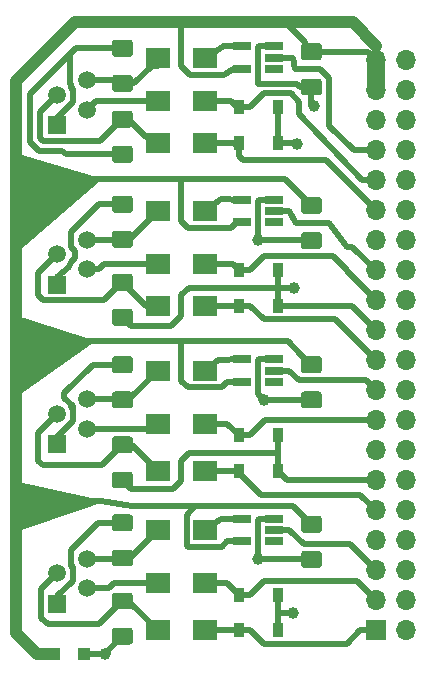
<source format=gbr>
G04 #@! TF.GenerationSoftware,KiCad,Pcbnew,5.1.5-52549c5~84~ubuntu19.10.1*
G04 #@! TF.CreationDate,2020-01-22T18:54:25-06:00*
G04 #@! TF.ProjectId,PiKwonDoHAT,50694b77-6f6e-4446-9f48-41542e6b6963,rev?*
G04 #@! TF.SameCoordinates,PX6bc3e40PY7b85d38*
G04 #@! TF.FileFunction,Copper,L1,Top*
G04 #@! TF.FilePolarity,Positive*
%FSLAX46Y46*%
G04 Gerber Fmt 4.6, Leading zero omitted, Abs format (unit mm)*
G04 Created by KiCad (PCBNEW 5.1.5-52549c5~84~ubuntu19.10.1) date 2020-01-22 18:54:25*
%MOMM*%
%LPD*%
G04 APERTURE LIST*
%ADD10R,1.520000X1.520000*%
%ADD11C,1.520000*%
%ADD12R,1.560000X0.650000*%
%ADD13R,2.000000X1.700000*%
%ADD14C,0.100000*%
%ADD15R,0.900000X1.200000*%
%ADD16R,1.700000X1.700000*%
%ADD17O,1.700000X1.700000*%
%ADD18R,1.000000X1.000000*%
%ADD19C,1.000000*%
%ADD20C,0.500000*%
%ADD21C,1.500000*%
%ADD22C,1.000000*%
%ADD23C,0.254000*%
G04 APERTURE END LIST*
D10*
X-31540000Y19793000D03*
D11*
X-29000000Y21093000D03*
X-31540000Y22363000D03*
X-29000000Y23603000D03*
D12*
X-13150000Y38573000D03*
X-13150000Y39523000D03*
X-13150000Y40473000D03*
X-15850000Y40473000D03*
X-15850000Y38573000D03*
D13*
X-19000000Y31523000D03*
X-23000000Y31523000D03*
G04 #@! TA.AperFunction,SMDPad,CuDef*
D14*
G36*
X-25350496Y37846796D02*
G01*
X-25326227Y37843196D01*
X-25302429Y37837235D01*
X-25279329Y37828970D01*
X-25257151Y37818480D01*
X-25236107Y37805867D01*
X-25216402Y37791253D01*
X-25198223Y37774777D01*
X-25181747Y37756598D01*
X-25167133Y37736893D01*
X-25154520Y37715849D01*
X-25144030Y37693671D01*
X-25135765Y37670571D01*
X-25129804Y37646773D01*
X-25126204Y37622504D01*
X-25125000Y37598000D01*
X-25125000Y36673000D01*
X-25126204Y36648496D01*
X-25129804Y36624227D01*
X-25135765Y36600429D01*
X-25144030Y36577329D01*
X-25154520Y36555151D01*
X-25167133Y36534107D01*
X-25181747Y36514402D01*
X-25198223Y36496223D01*
X-25216402Y36479747D01*
X-25236107Y36465133D01*
X-25257151Y36452520D01*
X-25279329Y36442030D01*
X-25302429Y36433765D01*
X-25326227Y36427804D01*
X-25350496Y36424204D01*
X-25375000Y36423000D01*
X-26625000Y36423000D01*
X-26649504Y36424204D01*
X-26673773Y36427804D01*
X-26697571Y36433765D01*
X-26720671Y36442030D01*
X-26742849Y36452520D01*
X-26763893Y36465133D01*
X-26783598Y36479747D01*
X-26801777Y36496223D01*
X-26818253Y36514402D01*
X-26832867Y36534107D01*
X-26845480Y36555151D01*
X-26855970Y36577329D01*
X-26864235Y36600429D01*
X-26870196Y36624227D01*
X-26873796Y36648496D01*
X-26875000Y36673000D01*
X-26875000Y37598000D01*
X-26873796Y37622504D01*
X-26870196Y37646773D01*
X-26864235Y37670571D01*
X-26855970Y37693671D01*
X-26845480Y37715849D01*
X-26832867Y37736893D01*
X-26818253Y37756598D01*
X-26801777Y37774777D01*
X-26783598Y37791253D01*
X-26763893Y37805867D01*
X-26742849Y37818480D01*
X-26720671Y37828970D01*
X-26697571Y37837235D01*
X-26673773Y37843196D01*
X-26649504Y37846796D01*
X-26625000Y37848000D01*
X-25375000Y37848000D01*
X-25350496Y37846796D01*
G37*
G04 #@! TD.AperFunction*
G04 #@! TA.AperFunction,SMDPad,CuDef*
G36*
X-25350496Y40821796D02*
G01*
X-25326227Y40818196D01*
X-25302429Y40812235D01*
X-25279329Y40803970D01*
X-25257151Y40793480D01*
X-25236107Y40780867D01*
X-25216402Y40766253D01*
X-25198223Y40749777D01*
X-25181747Y40731598D01*
X-25167133Y40711893D01*
X-25154520Y40690849D01*
X-25144030Y40668671D01*
X-25135765Y40645571D01*
X-25129804Y40621773D01*
X-25126204Y40597504D01*
X-25125000Y40573000D01*
X-25125000Y39648000D01*
X-25126204Y39623496D01*
X-25129804Y39599227D01*
X-25135765Y39575429D01*
X-25144030Y39552329D01*
X-25154520Y39530151D01*
X-25167133Y39509107D01*
X-25181747Y39489402D01*
X-25198223Y39471223D01*
X-25216402Y39454747D01*
X-25236107Y39440133D01*
X-25257151Y39427520D01*
X-25279329Y39417030D01*
X-25302429Y39408765D01*
X-25326227Y39402804D01*
X-25350496Y39399204D01*
X-25375000Y39398000D01*
X-26625000Y39398000D01*
X-26649504Y39399204D01*
X-26673773Y39402804D01*
X-26697571Y39408765D01*
X-26720671Y39417030D01*
X-26742849Y39427520D01*
X-26763893Y39440133D01*
X-26783598Y39454747D01*
X-26801777Y39471223D01*
X-26818253Y39489402D01*
X-26832867Y39509107D01*
X-26845480Y39530151D01*
X-26855970Y39552329D01*
X-26864235Y39575429D01*
X-26870196Y39599227D01*
X-26873796Y39623496D01*
X-26875000Y39648000D01*
X-26875000Y40573000D01*
X-26873796Y40597504D01*
X-26870196Y40621773D01*
X-26864235Y40645571D01*
X-26855970Y40668671D01*
X-26845480Y40690849D01*
X-26832867Y40711893D01*
X-26818253Y40731598D01*
X-26801777Y40749777D01*
X-26783598Y40766253D01*
X-26763893Y40780867D01*
X-26742849Y40793480D01*
X-26720671Y40803970D01*
X-26697571Y40812235D01*
X-26673773Y40818196D01*
X-26649504Y40821796D01*
X-26625000Y40823000D01*
X-25375000Y40823000D01*
X-25350496Y40821796D01*
G37*
G04 #@! TD.AperFunction*
D13*
X-19000000Y39523000D03*
X-23000000Y39523000D03*
D11*
X-29000000Y37103000D03*
X-31540000Y35863000D03*
X-29000000Y34593000D03*
D10*
X-31540000Y33293000D03*
G04 #@! TA.AperFunction,SMDPad,CuDef*
D14*
G36*
X-25350496Y31246796D02*
G01*
X-25326227Y31243196D01*
X-25302429Y31237235D01*
X-25279329Y31228970D01*
X-25257151Y31218480D01*
X-25236107Y31205867D01*
X-25216402Y31191253D01*
X-25198223Y31174777D01*
X-25181747Y31156598D01*
X-25167133Y31136893D01*
X-25154520Y31115849D01*
X-25144030Y31093671D01*
X-25135765Y31070571D01*
X-25129804Y31046773D01*
X-25126204Y31022504D01*
X-25125000Y30998000D01*
X-25125000Y30073000D01*
X-25126204Y30048496D01*
X-25129804Y30024227D01*
X-25135765Y30000429D01*
X-25144030Y29977329D01*
X-25154520Y29955151D01*
X-25167133Y29934107D01*
X-25181747Y29914402D01*
X-25198223Y29896223D01*
X-25216402Y29879747D01*
X-25236107Y29865133D01*
X-25257151Y29852520D01*
X-25279329Y29842030D01*
X-25302429Y29833765D01*
X-25326227Y29827804D01*
X-25350496Y29824204D01*
X-25375000Y29823000D01*
X-26625000Y29823000D01*
X-26649504Y29824204D01*
X-26673773Y29827804D01*
X-26697571Y29833765D01*
X-26720671Y29842030D01*
X-26742849Y29852520D01*
X-26763893Y29865133D01*
X-26783598Y29879747D01*
X-26801777Y29896223D01*
X-26818253Y29914402D01*
X-26832867Y29934107D01*
X-26845480Y29955151D01*
X-26855970Y29977329D01*
X-26864235Y30000429D01*
X-26870196Y30024227D01*
X-26873796Y30048496D01*
X-26875000Y30073000D01*
X-26875000Y30998000D01*
X-26873796Y31022504D01*
X-26870196Y31046773D01*
X-26864235Y31070571D01*
X-26855970Y31093671D01*
X-26845480Y31115849D01*
X-26832867Y31136893D01*
X-26818253Y31156598D01*
X-26801777Y31174777D01*
X-26783598Y31191253D01*
X-26763893Y31205867D01*
X-26742849Y31218480D01*
X-26720671Y31228970D01*
X-26697571Y31237235D01*
X-26673773Y31243196D01*
X-26649504Y31246796D01*
X-26625000Y31248000D01*
X-25375000Y31248000D01*
X-25350496Y31246796D01*
G37*
G04 #@! TD.AperFunction*
G04 #@! TA.AperFunction,SMDPad,CuDef*
G36*
X-25350496Y34221796D02*
G01*
X-25326227Y34218196D01*
X-25302429Y34212235D01*
X-25279329Y34203970D01*
X-25257151Y34193480D01*
X-25236107Y34180867D01*
X-25216402Y34166253D01*
X-25198223Y34149777D01*
X-25181747Y34131598D01*
X-25167133Y34111893D01*
X-25154520Y34090849D01*
X-25144030Y34068671D01*
X-25135765Y34045571D01*
X-25129804Y34021773D01*
X-25126204Y33997504D01*
X-25125000Y33973000D01*
X-25125000Y33048000D01*
X-25126204Y33023496D01*
X-25129804Y32999227D01*
X-25135765Y32975429D01*
X-25144030Y32952329D01*
X-25154520Y32930151D01*
X-25167133Y32909107D01*
X-25181747Y32889402D01*
X-25198223Y32871223D01*
X-25216402Y32854747D01*
X-25236107Y32840133D01*
X-25257151Y32827520D01*
X-25279329Y32817030D01*
X-25302429Y32808765D01*
X-25326227Y32802804D01*
X-25350496Y32799204D01*
X-25375000Y32798000D01*
X-26625000Y32798000D01*
X-26649504Y32799204D01*
X-26673773Y32802804D01*
X-26697571Y32808765D01*
X-26720671Y32817030D01*
X-26742849Y32827520D01*
X-26763893Y32840133D01*
X-26783598Y32854747D01*
X-26801777Y32871223D01*
X-26818253Y32889402D01*
X-26832867Y32909107D01*
X-26845480Y32930151D01*
X-26855970Y32952329D01*
X-26864235Y32975429D01*
X-26870196Y32999227D01*
X-26873796Y33023496D01*
X-26875000Y33048000D01*
X-26875000Y33973000D01*
X-26873796Y33997504D01*
X-26870196Y34021773D01*
X-26864235Y34045571D01*
X-26855970Y34068671D01*
X-26845480Y34090849D01*
X-26832867Y34111893D01*
X-26818253Y34131598D01*
X-26801777Y34149777D01*
X-26783598Y34166253D01*
X-26763893Y34180867D01*
X-26742849Y34193480D01*
X-26720671Y34203970D01*
X-26697571Y34212235D01*
X-26673773Y34218196D01*
X-26649504Y34221796D01*
X-26625000Y34223000D01*
X-25375000Y34223000D01*
X-25350496Y34221796D01*
G37*
G04 #@! TD.AperFunction*
D15*
X-16150000Y31523000D03*
X-12850000Y31523000D03*
X-12850000Y34523000D03*
X-16150000Y34523000D03*
D13*
X-19000000Y35023000D03*
X-23000000Y35023000D03*
D16*
X-4500000Y4023000D03*
D17*
X-1960000Y4023000D03*
X-4500000Y6563000D03*
X-1960000Y6563000D03*
X-4500000Y9103000D03*
X-1960000Y9103000D03*
X-4500000Y11643000D03*
X-1960000Y11643000D03*
X-4500000Y14183000D03*
X-1960000Y14183000D03*
X-4500000Y16723000D03*
X-1960000Y16723000D03*
X-4500000Y19263000D03*
X-1960000Y19263000D03*
X-4500000Y21803000D03*
X-1960000Y21803000D03*
X-4500000Y24343000D03*
X-1960000Y24343000D03*
X-4500000Y26883000D03*
X-1960000Y26883000D03*
X-4500000Y29423000D03*
X-1960000Y29423000D03*
X-4500000Y31963000D03*
X-1960000Y31963000D03*
X-4500000Y34503000D03*
X-1960000Y34503000D03*
X-4500000Y37043000D03*
X-1960000Y37043000D03*
X-4500000Y39583000D03*
X-1960000Y39583000D03*
X-4500000Y42123000D03*
X-1960000Y42123000D03*
X-4500000Y44663000D03*
X-1960000Y44663000D03*
X-4500000Y47203000D03*
X-1960000Y47203000D03*
X-4500000Y49743000D03*
X-1960000Y49743000D03*
X-4500000Y52283000D03*
X-1960000Y52283000D03*
D11*
X-29000000Y10103000D03*
X-31540000Y8863000D03*
X-29000000Y7593000D03*
D10*
X-31540000Y6293000D03*
X-31540000Y46793000D03*
D11*
X-29000000Y48093000D03*
X-31540000Y49363000D03*
X-29000000Y50603000D03*
D15*
X-12850000Y48323000D03*
X-16150000Y48323000D03*
X-12850000Y7023000D03*
X-16150000Y7023000D03*
X-16150000Y4023000D03*
X-12850000Y4023000D03*
X-12850000Y20523000D03*
X-16150000Y20523000D03*
X-16150000Y45323000D03*
X-12850000Y45323000D03*
X-16150000Y17523000D03*
X-12850000Y17523000D03*
G04 #@! TA.AperFunction,SMDPad,CuDef*
D14*
G36*
X-9350496Y10746796D02*
G01*
X-9326227Y10743196D01*
X-9302429Y10737235D01*
X-9279329Y10728970D01*
X-9257151Y10718480D01*
X-9236107Y10705867D01*
X-9216402Y10691253D01*
X-9198223Y10674777D01*
X-9181747Y10656598D01*
X-9167133Y10636893D01*
X-9154520Y10615849D01*
X-9144030Y10593671D01*
X-9135765Y10570571D01*
X-9129804Y10546773D01*
X-9126204Y10522504D01*
X-9125000Y10498000D01*
X-9125000Y9573000D01*
X-9126204Y9548496D01*
X-9129804Y9524227D01*
X-9135765Y9500429D01*
X-9144030Y9477329D01*
X-9154520Y9455151D01*
X-9167133Y9434107D01*
X-9181747Y9414402D01*
X-9198223Y9396223D01*
X-9216402Y9379747D01*
X-9236107Y9365133D01*
X-9257151Y9352520D01*
X-9279329Y9342030D01*
X-9302429Y9333765D01*
X-9326227Y9327804D01*
X-9350496Y9324204D01*
X-9375000Y9323000D01*
X-10625000Y9323000D01*
X-10649504Y9324204D01*
X-10673773Y9327804D01*
X-10697571Y9333765D01*
X-10720671Y9342030D01*
X-10742849Y9352520D01*
X-10763893Y9365133D01*
X-10783598Y9379747D01*
X-10801777Y9396223D01*
X-10818253Y9414402D01*
X-10832867Y9434107D01*
X-10845480Y9455151D01*
X-10855970Y9477329D01*
X-10864235Y9500429D01*
X-10870196Y9524227D01*
X-10873796Y9548496D01*
X-10875000Y9573000D01*
X-10875000Y10498000D01*
X-10873796Y10522504D01*
X-10870196Y10546773D01*
X-10864235Y10570571D01*
X-10855970Y10593671D01*
X-10845480Y10615849D01*
X-10832867Y10636893D01*
X-10818253Y10656598D01*
X-10801777Y10674777D01*
X-10783598Y10691253D01*
X-10763893Y10705867D01*
X-10742849Y10718480D01*
X-10720671Y10728970D01*
X-10697571Y10737235D01*
X-10673773Y10743196D01*
X-10649504Y10746796D01*
X-10625000Y10748000D01*
X-9375000Y10748000D01*
X-9350496Y10746796D01*
G37*
G04 #@! TD.AperFunction*
G04 #@! TA.AperFunction,SMDPad,CuDef*
G36*
X-9350496Y13721796D02*
G01*
X-9326227Y13718196D01*
X-9302429Y13712235D01*
X-9279329Y13703970D01*
X-9257151Y13693480D01*
X-9236107Y13680867D01*
X-9216402Y13666253D01*
X-9198223Y13649777D01*
X-9181747Y13631598D01*
X-9167133Y13611893D01*
X-9154520Y13590849D01*
X-9144030Y13568671D01*
X-9135765Y13545571D01*
X-9129804Y13521773D01*
X-9126204Y13497504D01*
X-9125000Y13473000D01*
X-9125000Y12548000D01*
X-9126204Y12523496D01*
X-9129804Y12499227D01*
X-9135765Y12475429D01*
X-9144030Y12452329D01*
X-9154520Y12430151D01*
X-9167133Y12409107D01*
X-9181747Y12389402D01*
X-9198223Y12371223D01*
X-9216402Y12354747D01*
X-9236107Y12340133D01*
X-9257151Y12327520D01*
X-9279329Y12317030D01*
X-9302429Y12308765D01*
X-9326227Y12302804D01*
X-9350496Y12299204D01*
X-9375000Y12298000D01*
X-10625000Y12298000D01*
X-10649504Y12299204D01*
X-10673773Y12302804D01*
X-10697571Y12308765D01*
X-10720671Y12317030D01*
X-10742849Y12327520D01*
X-10763893Y12340133D01*
X-10783598Y12354747D01*
X-10801777Y12371223D01*
X-10818253Y12389402D01*
X-10832867Y12409107D01*
X-10845480Y12430151D01*
X-10855970Y12452329D01*
X-10864235Y12475429D01*
X-10870196Y12499227D01*
X-10873796Y12523496D01*
X-10875000Y12548000D01*
X-10875000Y13473000D01*
X-10873796Y13497504D01*
X-10870196Y13521773D01*
X-10864235Y13545571D01*
X-10855970Y13568671D01*
X-10845480Y13590849D01*
X-10832867Y13611893D01*
X-10818253Y13631598D01*
X-10801777Y13649777D01*
X-10783598Y13666253D01*
X-10763893Y13680867D01*
X-10742849Y13693480D01*
X-10720671Y13703970D01*
X-10697571Y13712235D01*
X-10673773Y13718196D01*
X-10649504Y13721796D01*
X-10625000Y13723000D01*
X-9375000Y13723000D01*
X-9350496Y13721796D01*
G37*
G04 #@! TD.AperFunction*
G04 #@! TA.AperFunction,SMDPad,CuDef*
G36*
X-9350496Y27221796D02*
G01*
X-9326227Y27218196D01*
X-9302429Y27212235D01*
X-9279329Y27203970D01*
X-9257151Y27193480D01*
X-9236107Y27180867D01*
X-9216402Y27166253D01*
X-9198223Y27149777D01*
X-9181747Y27131598D01*
X-9167133Y27111893D01*
X-9154520Y27090849D01*
X-9144030Y27068671D01*
X-9135765Y27045571D01*
X-9129804Y27021773D01*
X-9126204Y26997504D01*
X-9125000Y26973000D01*
X-9125000Y26048000D01*
X-9126204Y26023496D01*
X-9129804Y25999227D01*
X-9135765Y25975429D01*
X-9144030Y25952329D01*
X-9154520Y25930151D01*
X-9167133Y25909107D01*
X-9181747Y25889402D01*
X-9198223Y25871223D01*
X-9216402Y25854747D01*
X-9236107Y25840133D01*
X-9257151Y25827520D01*
X-9279329Y25817030D01*
X-9302429Y25808765D01*
X-9326227Y25802804D01*
X-9350496Y25799204D01*
X-9375000Y25798000D01*
X-10625000Y25798000D01*
X-10649504Y25799204D01*
X-10673773Y25802804D01*
X-10697571Y25808765D01*
X-10720671Y25817030D01*
X-10742849Y25827520D01*
X-10763893Y25840133D01*
X-10783598Y25854747D01*
X-10801777Y25871223D01*
X-10818253Y25889402D01*
X-10832867Y25909107D01*
X-10845480Y25930151D01*
X-10855970Y25952329D01*
X-10864235Y25975429D01*
X-10870196Y25999227D01*
X-10873796Y26023496D01*
X-10875000Y26048000D01*
X-10875000Y26973000D01*
X-10873796Y26997504D01*
X-10870196Y27021773D01*
X-10864235Y27045571D01*
X-10855970Y27068671D01*
X-10845480Y27090849D01*
X-10832867Y27111893D01*
X-10818253Y27131598D01*
X-10801777Y27149777D01*
X-10783598Y27166253D01*
X-10763893Y27180867D01*
X-10742849Y27193480D01*
X-10720671Y27203970D01*
X-10697571Y27212235D01*
X-10673773Y27218196D01*
X-10649504Y27221796D01*
X-10625000Y27223000D01*
X-9375000Y27223000D01*
X-9350496Y27221796D01*
G37*
G04 #@! TD.AperFunction*
G04 #@! TA.AperFunction,SMDPad,CuDef*
G36*
X-9350496Y24246796D02*
G01*
X-9326227Y24243196D01*
X-9302429Y24237235D01*
X-9279329Y24228970D01*
X-9257151Y24218480D01*
X-9236107Y24205867D01*
X-9216402Y24191253D01*
X-9198223Y24174777D01*
X-9181747Y24156598D01*
X-9167133Y24136893D01*
X-9154520Y24115849D01*
X-9144030Y24093671D01*
X-9135765Y24070571D01*
X-9129804Y24046773D01*
X-9126204Y24022504D01*
X-9125000Y23998000D01*
X-9125000Y23073000D01*
X-9126204Y23048496D01*
X-9129804Y23024227D01*
X-9135765Y23000429D01*
X-9144030Y22977329D01*
X-9154520Y22955151D01*
X-9167133Y22934107D01*
X-9181747Y22914402D01*
X-9198223Y22896223D01*
X-9216402Y22879747D01*
X-9236107Y22865133D01*
X-9257151Y22852520D01*
X-9279329Y22842030D01*
X-9302429Y22833765D01*
X-9326227Y22827804D01*
X-9350496Y22824204D01*
X-9375000Y22823000D01*
X-10625000Y22823000D01*
X-10649504Y22824204D01*
X-10673773Y22827804D01*
X-10697571Y22833765D01*
X-10720671Y22842030D01*
X-10742849Y22852520D01*
X-10763893Y22865133D01*
X-10783598Y22879747D01*
X-10801777Y22896223D01*
X-10818253Y22914402D01*
X-10832867Y22934107D01*
X-10845480Y22955151D01*
X-10855970Y22977329D01*
X-10864235Y23000429D01*
X-10870196Y23024227D01*
X-10873796Y23048496D01*
X-10875000Y23073000D01*
X-10875000Y23998000D01*
X-10873796Y24022504D01*
X-10870196Y24046773D01*
X-10864235Y24070571D01*
X-10855970Y24093671D01*
X-10845480Y24115849D01*
X-10832867Y24136893D01*
X-10818253Y24156598D01*
X-10801777Y24174777D01*
X-10783598Y24191253D01*
X-10763893Y24205867D01*
X-10742849Y24218480D01*
X-10720671Y24228970D01*
X-10697571Y24237235D01*
X-10673773Y24243196D01*
X-10649504Y24246796D01*
X-10625000Y24248000D01*
X-9375000Y24248000D01*
X-9350496Y24246796D01*
G37*
G04 #@! TD.AperFunction*
G04 #@! TA.AperFunction,SMDPad,CuDef*
G36*
X-9350496Y37746796D02*
G01*
X-9326227Y37743196D01*
X-9302429Y37737235D01*
X-9279329Y37728970D01*
X-9257151Y37718480D01*
X-9236107Y37705867D01*
X-9216402Y37691253D01*
X-9198223Y37674777D01*
X-9181747Y37656598D01*
X-9167133Y37636893D01*
X-9154520Y37615849D01*
X-9144030Y37593671D01*
X-9135765Y37570571D01*
X-9129804Y37546773D01*
X-9126204Y37522504D01*
X-9125000Y37498000D01*
X-9125000Y36573000D01*
X-9126204Y36548496D01*
X-9129804Y36524227D01*
X-9135765Y36500429D01*
X-9144030Y36477329D01*
X-9154520Y36455151D01*
X-9167133Y36434107D01*
X-9181747Y36414402D01*
X-9198223Y36396223D01*
X-9216402Y36379747D01*
X-9236107Y36365133D01*
X-9257151Y36352520D01*
X-9279329Y36342030D01*
X-9302429Y36333765D01*
X-9326227Y36327804D01*
X-9350496Y36324204D01*
X-9375000Y36323000D01*
X-10625000Y36323000D01*
X-10649504Y36324204D01*
X-10673773Y36327804D01*
X-10697571Y36333765D01*
X-10720671Y36342030D01*
X-10742849Y36352520D01*
X-10763893Y36365133D01*
X-10783598Y36379747D01*
X-10801777Y36396223D01*
X-10818253Y36414402D01*
X-10832867Y36434107D01*
X-10845480Y36455151D01*
X-10855970Y36477329D01*
X-10864235Y36500429D01*
X-10870196Y36524227D01*
X-10873796Y36548496D01*
X-10875000Y36573000D01*
X-10875000Y37498000D01*
X-10873796Y37522504D01*
X-10870196Y37546773D01*
X-10864235Y37570571D01*
X-10855970Y37593671D01*
X-10845480Y37615849D01*
X-10832867Y37636893D01*
X-10818253Y37656598D01*
X-10801777Y37674777D01*
X-10783598Y37691253D01*
X-10763893Y37705867D01*
X-10742849Y37718480D01*
X-10720671Y37728970D01*
X-10697571Y37737235D01*
X-10673773Y37743196D01*
X-10649504Y37746796D01*
X-10625000Y37748000D01*
X-9375000Y37748000D01*
X-9350496Y37746796D01*
G37*
G04 #@! TD.AperFunction*
G04 #@! TA.AperFunction,SMDPad,CuDef*
G36*
X-9350496Y40721796D02*
G01*
X-9326227Y40718196D01*
X-9302429Y40712235D01*
X-9279329Y40703970D01*
X-9257151Y40693480D01*
X-9236107Y40680867D01*
X-9216402Y40666253D01*
X-9198223Y40649777D01*
X-9181747Y40631598D01*
X-9167133Y40611893D01*
X-9154520Y40590849D01*
X-9144030Y40568671D01*
X-9135765Y40545571D01*
X-9129804Y40521773D01*
X-9126204Y40497504D01*
X-9125000Y40473000D01*
X-9125000Y39548000D01*
X-9126204Y39523496D01*
X-9129804Y39499227D01*
X-9135765Y39475429D01*
X-9144030Y39452329D01*
X-9154520Y39430151D01*
X-9167133Y39409107D01*
X-9181747Y39389402D01*
X-9198223Y39371223D01*
X-9216402Y39354747D01*
X-9236107Y39340133D01*
X-9257151Y39327520D01*
X-9279329Y39317030D01*
X-9302429Y39308765D01*
X-9326227Y39302804D01*
X-9350496Y39299204D01*
X-9375000Y39298000D01*
X-10625000Y39298000D01*
X-10649504Y39299204D01*
X-10673773Y39302804D01*
X-10697571Y39308765D01*
X-10720671Y39317030D01*
X-10742849Y39327520D01*
X-10763893Y39340133D01*
X-10783598Y39354747D01*
X-10801777Y39371223D01*
X-10818253Y39389402D01*
X-10832867Y39409107D01*
X-10845480Y39430151D01*
X-10855970Y39452329D01*
X-10864235Y39475429D01*
X-10870196Y39499227D01*
X-10873796Y39523496D01*
X-10875000Y39548000D01*
X-10875000Y40473000D01*
X-10873796Y40497504D01*
X-10870196Y40521773D01*
X-10864235Y40545571D01*
X-10855970Y40568671D01*
X-10845480Y40590849D01*
X-10832867Y40611893D01*
X-10818253Y40631598D01*
X-10801777Y40649777D01*
X-10783598Y40666253D01*
X-10763893Y40680867D01*
X-10742849Y40693480D01*
X-10720671Y40703970D01*
X-10697571Y40712235D01*
X-10673773Y40718196D01*
X-10649504Y40721796D01*
X-10625000Y40723000D01*
X-9375000Y40723000D01*
X-9350496Y40721796D01*
G37*
G04 #@! TD.AperFunction*
G04 #@! TA.AperFunction,SMDPad,CuDef*
G36*
X-9350496Y53721796D02*
G01*
X-9326227Y53718196D01*
X-9302429Y53712235D01*
X-9279329Y53703970D01*
X-9257151Y53693480D01*
X-9236107Y53680867D01*
X-9216402Y53666253D01*
X-9198223Y53649777D01*
X-9181747Y53631598D01*
X-9167133Y53611893D01*
X-9154520Y53590849D01*
X-9144030Y53568671D01*
X-9135765Y53545571D01*
X-9129804Y53521773D01*
X-9126204Y53497504D01*
X-9125000Y53473000D01*
X-9125000Y52548000D01*
X-9126204Y52523496D01*
X-9129804Y52499227D01*
X-9135765Y52475429D01*
X-9144030Y52452329D01*
X-9154520Y52430151D01*
X-9167133Y52409107D01*
X-9181747Y52389402D01*
X-9198223Y52371223D01*
X-9216402Y52354747D01*
X-9236107Y52340133D01*
X-9257151Y52327520D01*
X-9279329Y52317030D01*
X-9302429Y52308765D01*
X-9326227Y52302804D01*
X-9350496Y52299204D01*
X-9375000Y52298000D01*
X-10625000Y52298000D01*
X-10649504Y52299204D01*
X-10673773Y52302804D01*
X-10697571Y52308765D01*
X-10720671Y52317030D01*
X-10742849Y52327520D01*
X-10763893Y52340133D01*
X-10783598Y52354747D01*
X-10801777Y52371223D01*
X-10818253Y52389402D01*
X-10832867Y52409107D01*
X-10845480Y52430151D01*
X-10855970Y52452329D01*
X-10864235Y52475429D01*
X-10870196Y52499227D01*
X-10873796Y52523496D01*
X-10875000Y52548000D01*
X-10875000Y53473000D01*
X-10873796Y53497504D01*
X-10870196Y53521773D01*
X-10864235Y53545571D01*
X-10855970Y53568671D01*
X-10845480Y53590849D01*
X-10832867Y53611893D01*
X-10818253Y53631598D01*
X-10801777Y53649777D01*
X-10783598Y53666253D01*
X-10763893Y53680867D01*
X-10742849Y53693480D01*
X-10720671Y53703970D01*
X-10697571Y53712235D01*
X-10673773Y53718196D01*
X-10649504Y53721796D01*
X-10625000Y53723000D01*
X-9375000Y53723000D01*
X-9350496Y53721796D01*
G37*
G04 #@! TD.AperFunction*
G04 #@! TA.AperFunction,SMDPad,CuDef*
G36*
X-9350496Y50746796D02*
G01*
X-9326227Y50743196D01*
X-9302429Y50737235D01*
X-9279329Y50728970D01*
X-9257151Y50718480D01*
X-9236107Y50705867D01*
X-9216402Y50691253D01*
X-9198223Y50674777D01*
X-9181747Y50656598D01*
X-9167133Y50636893D01*
X-9154520Y50615849D01*
X-9144030Y50593671D01*
X-9135765Y50570571D01*
X-9129804Y50546773D01*
X-9126204Y50522504D01*
X-9125000Y50498000D01*
X-9125000Y49573000D01*
X-9126204Y49548496D01*
X-9129804Y49524227D01*
X-9135765Y49500429D01*
X-9144030Y49477329D01*
X-9154520Y49455151D01*
X-9167133Y49434107D01*
X-9181747Y49414402D01*
X-9198223Y49396223D01*
X-9216402Y49379747D01*
X-9236107Y49365133D01*
X-9257151Y49352520D01*
X-9279329Y49342030D01*
X-9302429Y49333765D01*
X-9326227Y49327804D01*
X-9350496Y49324204D01*
X-9375000Y49323000D01*
X-10625000Y49323000D01*
X-10649504Y49324204D01*
X-10673773Y49327804D01*
X-10697571Y49333765D01*
X-10720671Y49342030D01*
X-10742849Y49352520D01*
X-10763893Y49365133D01*
X-10783598Y49379747D01*
X-10801777Y49396223D01*
X-10818253Y49414402D01*
X-10832867Y49434107D01*
X-10845480Y49455151D01*
X-10855970Y49477329D01*
X-10864235Y49500429D01*
X-10870196Y49524227D01*
X-10873796Y49548496D01*
X-10875000Y49573000D01*
X-10875000Y50498000D01*
X-10873796Y50522504D01*
X-10870196Y50546773D01*
X-10864235Y50570571D01*
X-10855970Y50593671D01*
X-10845480Y50615849D01*
X-10832867Y50636893D01*
X-10818253Y50656598D01*
X-10801777Y50674777D01*
X-10783598Y50691253D01*
X-10763893Y50705867D01*
X-10742849Y50718480D01*
X-10720671Y50728970D01*
X-10697571Y50737235D01*
X-10673773Y50743196D01*
X-10649504Y50746796D01*
X-10625000Y50748000D01*
X-9375000Y50748000D01*
X-9350496Y50746796D01*
G37*
G04 #@! TD.AperFunction*
G04 #@! TA.AperFunction,SMDPad,CuDef*
G36*
X-25350496Y4246796D02*
G01*
X-25326227Y4243196D01*
X-25302429Y4237235D01*
X-25279329Y4228970D01*
X-25257151Y4218480D01*
X-25236107Y4205867D01*
X-25216402Y4191253D01*
X-25198223Y4174777D01*
X-25181747Y4156598D01*
X-25167133Y4136893D01*
X-25154520Y4115849D01*
X-25144030Y4093671D01*
X-25135765Y4070571D01*
X-25129804Y4046773D01*
X-25126204Y4022504D01*
X-25125000Y3998000D01*
X-25125000Y3073000D01*
X-25126204Y3048496D01*
X-25129804Y3024227D01*
X-25135765Y3000429D01*
X-25144030Y2977329D01*
X-25154520Y2955151D01*
X-25167133Y2934107D01*
X-25181747Y2914402D01*
X-25198223Y2896223D01*
X-25216402Y2879747D01*
X-25236107Y2865133D01*
X-25257151Y2852520D01*
X-25279329Y2842030D01*
X-25302429Y2833765D01*
X-25326227Y2827804D01*
X-25350496Y2824204D01*
X-25375000Y2823000D01*
X-26625000Y2823000D01*
X-26649504Y2824204D01*
X-26673773Y2827804D01*
X-26697571Y2833765D01*
X-26720671Y2842030D01*
X-26742849Y2852520D01*
X-26763893Y2865133D01*
X-26783598Y2879747D01*
X-26801777Y2896223D01*
X-26818253Y2914402D01*
X-26832867Y2934107D01*
X-26845480Y2955151D01*
X-26855970Y2977329D01*
X-26864235Y3000429D01*
X-26870196Y3024227D01*
X-26873796Y3048496D01*
X-26875000Y3073000D01*
X-26875000Y3998000D01*
X-26873796Y4022504D01*
X-26870196Y4046773D01*
X-26864235Y4070571D01*
X-26855970Y4093671D01*
X-26845480Y4115849D01*
X-26832867Y4136893D01*
X-26818253Y4156598D01*
X-26801777Y4174777D01*
X-26783598Y4191253D01*
X-26763893Y4205867D01*
X-26742849Y4218480D01*
X-26720671Y4228970D01*
X-26697571Y4237235D01*
X-26673773Y4243196D01*
X-26649504Y4246796D01*
X-26625000Y4248000D01*
X-25375000Y4248000D01*
X-25350496Y4246796D01*
G37*
G04 #@! TD.AperFunction*
G04 #@! TA.AperFunction,SMDPad,CuDef*
G36*
X-25350496Y7221796D02*
G01*
X-25326227Y7218196D01*
X-25302429Y7212235D01*
X-25279329Y7203970D01*
X-25257151Y7193480D01*
X-25236107Y7180867D01*
X-25216402Y7166253D01*
X-25198223Y7149777D01*
X-25181747Y7131598D01*
X-25167133Y7111893D01*
X-25154520Y7090849D01*
X-25144030Y7068671D01*
X-25135765Y7045571D01*
X-25129804Y7021773D01*
X-25126204Y6997504D01*
X-25125000Y6973000D01*
X-25125000Y6048000D01*
X-25126204Y6023496D01*
X-25129804Y5999227D01*
X-25135765Y5975429D01*
X-25144030Y5952329D01*
X-25154520Y5930151D01*
X-25167133Y5909107D01*
X-25181747Y5889402D01*
X-25198223Y5871223D01*
X-25216402Y5854747D01*
X-25236107Y5840133D01*
X-25257151Y5827520D01*
X-25279329Y5817030D01*
X-25302429Y5808765D01*
X-25326227Y5802804D01*
X-25350496Y5799204D01*
X-25375000Y5798000D01*
X-26625000Y5798000D01*
X-26649504Y5799204D01*
X-26673773Y5802804D01*
X-26697571Y5808765D01*
X-26720671Y5817030D01*
X-26742849Y5827520D01*
X-26763893Y5840133D01*
X-26783598Y5854747D01*
X-26801777Y5871223D01*
X-26818253Y5889402D01*
X-26832867Y5909107D01*
X-26845480Y5930151D01*
X-26855970Y5952329D01*
X-26864235Y5975429D01*
X-26870196Y5999227D01*
X-26873796Y6023496D01*
X-26875000Y6048000D01*
X-26875000Y6973000D01*
X-26873796Y6997504D01*
X-26870196Y7021773D01*
X-26864235Y7045571D01*
X-26855970Y7068671D01*
X-26845480Y7090849D01*
X-26832867Y7111893D01*
X-26818253Y7131598D01*
X-26801777Y7149777D01*
X-26783598Y7166253D01*
X-26763893Y7180867D01*
X-26742849Y7193480D01*
X-26720671Y7203970D01*
X-26697571Y7212235D01*
X-26673773Y7218196D01*
X-26649504Y7221796D01*
X-26625000Y7223000D01*
X-25375000Y7223000D01*
X-25350496Y7221796D01*
G37*
G04 #@! TD.AperFunction*
G04 #@! TA.AperFunction,SMDPad,CuDef*
G36*
X-25350496Y10867796D02*
G01*
X-25326227Y10864196D01*
X-25302429Y10858235D01*
X-25279329Y10849970D01*
X-25257151Y10839480D01*
X-25236107Y10826867D01*
X-25216402Y10812253D01*
X-25198223Y10795777D01*
X-25181747Y10777598D01*
X-25167133Y10757893D01*
X-25154520Y10736849D01*
X-25144030Y10714671D01*
X-25135765Y10691571D01*
X-25129804Y10667773D01*
X-25126204Y10643504D01*
X-25125000Y10619000D01*
X-25125000Y9694000D01*
X-25126204Y9669496D01*
X-25129804Y9645227D01*
X-25135765Y9621429D01*
X-25144030Y9598329D01*
X-25154520Y9576151D01*
X-25167133Y9555107D01*
X-25181747Y9535402D01*
X-25198223Y9517223D01*
X-25216402Y9500747D01*
X-25236107Y9486133D01*
X-25257151Y9473520D01*
X-25279329Y9463030D01*
X-25302429Y9454765D01*
X-25326227Y9448804D01*
X-25350496Y9445204D01*
X-25375000Y9444000D01*
X-26625000Y9444000D01*
X-26649504Y9445204D01*
X-26673773Y9448804D01*
X-26697571Y9454765D01*
X-26720671Y9463030D01*
X-26742849Y9473520D01*
X-26763893Y9486133D01*
X-26783598Y9500747D01*
X-26801777Y9517223D01*
X-26818253Y9535402D01*
X-26832867Y9555107D01*
X-26845480Y9576151D01*
X-26855970Y9598329D01*
X-26864235Y9621429D01*
X-26870196Y9645227D01*
X-26873796Y9669496D01*
X-26875000Y9694000D01*
X-26875000Y10619000D01*
X-26873796Y10643504D01*
X-26870196Y10667773D01*
X-26864235Y10691571D01*
X-26855970Y10714671D01*
X-26845480Y10736849D01*
X-26832867Y10757893D01*
X-26818253Y10777598D01*
X-26801777Y10795777D01*
X-26783598Y10812253D01*
X-26763893Y10826867D01*
X-26742849Y10839480D01*
X-26720671Y10849970D01*
X-26697571Y10858235D01*
X-26673773Y10864196D01*
X-26649504Y10867796D01*
X-26625000Y10869000D01*
X-25375000Y10869000D01*
X-25350496Y10867796D01*
G37*
G04 #@! TD.AperFunction*
G04 #@! TA.AperFunction,SMDPad,CuDef*
G36*
X-25350496Y13842796D02*
G01*
X-25326227Y13839196D01*
X-25302429Y13833235D01*
X-25279329Y13824970D01*
X-25257151Y13814480D01*
X-25236107Y13801867D01*
X-25216402Y13787253D01*
X-25198223Y13770777D01*
X-25181747Y13752598D01*
X-25167133Y13732893D01*
X-25154520Y13711849D01*
X-25144030Y13689671D01*
X-25135765Y13666571D01*
X-25129804Y13642773D01*
X-25126204Y13618504D01*
X-25125000Y13594000D01*
X-25125000Y12669000D01*
X-25126204Y12644496D01*
X-25129804Y12620227D01*
X-25135765Y12596429D01*
X-25144030Y12573329D01*
X-25154520Y12551151D01*
X-25167133Y12530107D01*
X-25181747Y12510402D01*
X-25198223Y12492223D01*
X-25216402Y12475747D01*
X-25236107Y12461133D01*
X-25257151Y12448520D01*
X-25279329Y12438030D01*
X-25302429Y12429765D01*
X-25326227Y12423804D01*
X-25350496Y12420204D01*
X-25375000Y12419000D01*
X-26625000Y12419000D01*
X-26649504Y12420204D01*
X-26673773Y12423804D01*
X-26697571Y12429765D01*
X-26720671Y12438030D01*
X-26742849Y12448520D01*
X-26763893Y12461133D01*
X-26783598Y12475747D01*
X-26801777Y12492223D01*
X-26818253Y12510402D01*
X-26832867Y12530107D01*
X-26845480Y12551151D01*
X-26855970Y12573329D01*
X-26864235Y12596429D01*
X-26870196Y12620227D01*
X-26873796Y12644496D01*
X-26875000Y12669000D01*
X-26875000Y13594000D01*
X-26873796Y13618504D01*
X-26870196Y13642773D01*
X-26864235Y13666571D01*
X-26855970Y13689671D01*
X-26845480Y13711849D01*
X-26832867Y13732893D01*
X-26818253Y13752598D01*
X-26801777Y13770777D01*
X-26783598Y13787253D01*
X-26763893Y13801867D01*
X-26742849Y13814480D01*
X-26720671Y13824970D01*
X-26697571Y13833235D01*
X-26673773Y13839196D01*
X-26649504Y13842796D01*
X-26625000Y13844000D01*
X-25375000Y13844000D01*
X-25350496Y13842796D01*
G37*
G04 #@! TD.AperFunction*
G04 #@! TA.AperFunction,SMDPad,CuDef*
G36*
X-25350496Y17471796D02*
G01*
X-25326227Y17468196D01*
X-25302429Y17462235D01*
X-25279329Y17453970D01*
X-25257151Y17443480D01*
X-25236107Y17430867D01*
X-25216402Y17416253D01*
X-25198223Y17399777D01*
X-25181747Y17381598D01*
X-25167133Y17361893D01*
X-25154520Y17340849D01*
X-25144030Y17318671D01*
X-25135765Y17295571D01*
X-25129804Y17271773D01*
X-25126204Y17247504D01*
X-25125000Y17223000D01*
X-25125000Y16298000D01*
X-25126204Y16273496D01*
X-25129804Y16249227D01*
X-25135765Y16225429D01*
X-25144030Y16202329D01*
X-25154520Y16180151D01*
X-25167133Y16159107D01*
X-25181747Y16139402D01*
X-25198223Y16121223D01*
X-25216402Y16104747D01*
X-25236107Y16090133D01*
X-25257151Y16077520D01*
X-25279329Y16067030D01*
X-25302429Y16058765D01*
X-25326227Y16052804D01*
X-25350496Y16049204D01*
X-25375000Y16048000D01*
X-26625000Y16048000D01*
X-26649504Y16049204D01*
X-26673773Y16052804D01*
X-26697571Y16058765D01*
X-26720671Y16067030D01*
X-26742849Y16077520D01*
X-26763893Y16090133D01*
X-26783598Y16104747D01*
X-26801777Y16121223D01*
X-26818253Y16139402D01*
X-26832867Y16159107D01*
X-26845480Y16180151D01*
X-26855970Y16202329D01*
X-26864235Y16225429D01*
X-26870196Y16249227D01*
X-26873796Y16273496D01*
X-26875000Y16298000D01*
X-26875000Y17223000D01*
X-26873796Y17247504D01*
X-26870196Y17271773D01*
X-26864235Y17295571D01*
X-26855970Y17318671D01*
X-26845480Y17340849D01*
X-26832867Y17361893D01*
X-26818253Y17381598D01*
X-26801777Y17399777D01*
X-26783598Y17416253D01*
X-26763893Y17430867D01*
X-26742849Y17443480D01*
X-26720671Y17453970D01*
X-26697571Y17462235D01*
X-26673773Y17468196D01*
X-26649504Y17471796D01*
X-26625000Y17473000D01*
X-25375000Y17473000D01*
X-25350496Y17471796D01*
G37*
G04 #@! TD.AperFunction*
G04 #@! TA.AperFunction,SMDPad,CuDef*
G36*
X-25350496Y20446796D02*
G01*
X-25326227Y20443196D01*
X-25302429Y20437235D01*
X-25279329Y20428970D01*
X-25257151Y20418480D01*
X-25236107Y20405867D01*
X-25216402Y20391253D01*
X-25198223Y20374777D01*
X-25181747Y20356598D01*
X-25167133Y20336893D01*
X-25154520Y20315849D01*
X-25144030Y20293671D01*
X-25135765Y20270571D01*
X-25129804Y20246773D01*
X-25126204Y20222504D01*
X-25125000Y20198000D01*
X-25125000Y19273000D01*
X-25126204Y19248496D01*
X-25129804Y19224227D01*
X-25135765Y19200429D01*
X-25144030Y19177329D01*
X-25154520Y19155151D01*
X-25167133Y19134107D01*
X-25181747Y19114402D01*
X-25198223Y19096223D01*
X-25216402Y19079747D01*
X-25236107Y19065133D01*
X-25257151Y19052520D01*
X-25279329Y19042030D01*
X-25302429Y19033765D01*
X-25326227Y19027804D01*
X-25350496Y19024204D01*
X-25375000Y19023000D01*
X-26625000Y19023000D01*
X-26649504Y19024204D01*
X-26673773Y19027804D01*
X-26697571Y19033765D01*
X-26720671Y19042030D01*
X-26742849Y19052520D01*
X-26763893Y19065133D01*
X-26783598Y19079747D01*
X-26801777Y19096223D01*
X-26818253Y19114402D01*
X-26832867Y19134107D01*
X-26845480Y19155151D01*
X-26855970Y19177329D01*
X-26864235Y19200429D01*
X-26870196Y19224227D01*
X-26873796Y19248496D01*
X-26875000Y19273000D01*
X-26875000Y20198000D01*
X-26873796Y20222504D01*
X-26870196Y20246773D01*
X-26864235Y20270571D01*
X-26855970Y20293671D01*
X-26845480Y20315849D01*
X-26832867Y20336893D01*
X-26818253Y20356598D01*
X-26801777Y20374777D01*
X-26783598Y20391253D01*
X-26763893Y20405867D01*
X-26742849Y20418480D01*
X-26720671Y20428970D01*
X-26697571Y20437235D01*
X-26673773Y20443196D01*
X-26649504Y20446796D01*
X-26625000Y20448000D01*
X-25375000Y20448000D01*
X-25350496Y20446796D01*
G37*
G04 #@! TD.AperFunction*
G04 #@! TA.AperFunction,SMDPad,CuDef*
G36*
X-25350496Y24246796D02*
G01*
X-25326227Y24243196D01*
X-25302429Y24237235D01*
X-25279329Y24228970D01*
X-25257151Y24218480D01*
X-25236107Y24205867D01*
X-25216402Y24191253D01*
X-25198223Y24174777D01*
X-25181747Y24156598D01*
X-25167133Y24136893D01*
X-25154520Y24115849D01*
X-25144030Y24093671D01*
X-25135765Y24070571D01*
X-25129804Y24046773D01*
X-25126204Y24022504D01*
X-25125000Y23998000D01*
X-25125000Y23073000D01*
X-25126204Y23048496D01*
X-25129804Y23024227D01*
X-25135765Y23000429D01*
X-25144030Y22977329D01*
X-25154520Y22955151D01*
X-25167133Y22934107D01*
X-25181747Y22914402D01*
X-25198223Y22896223D01*
X-25216402Y22879747D01*
X-25236107Y22865133D01*
X-25257151Y22852520D01*
X-25279329Y22842030D01*
X-25302429Y22833765D01*
X-25326227Y22827804D01*
X-25350496Y22824204D01*
X-25375000Y22823000D01*
X-26625000Y22823000D01*
X-26649504Y22824204D01*
X-26673773Y22827804D01*
X-26697571Y22833765D01*
X-26720671Y22842030D01*
X-26742849Y22852520D01*
X-26763893Y22865133D01*
X-26783598Y22879747D01*
X-26801777Y22896223D01*
X-26818253Y22914402D01*
X-26832867Y22934107D01*
X-26845480Y22955151D01*
X-26855970Y22977329D01*
X-26864235Y23000429D01*
X-26870196Y23024227D01*
X-26873796Y23048496D01*
X-26875000Y23073000D01*
X-26875000Y23998000D01*
X-26873796Y24022504D01*
X-26870196Y24046773D01*
X-26864235Y24070571D01*
X-26855970Y24093671D01*
X-26845480Y24115849D01*
X-26832867Y24136893D01*
X-26818253Y24156598D01*
X-26801777Y24174777D01*
X-26783598Y24191253D01*
X-26763893Y24205867D01*
X-26742849Y24218480D01*
X-26720671Y24228970D01*
X-26697571Y24237235D01*
X-26673773Y24243196D01*
X-26649504Y24246796D01*
X-26625000Y24248000D01*
X-25375000Y24248000D01*
X-25350496Y24246796D01*
G37*
G04 #@! TD.AperFunction*
G04 #@! TA.AperFunction,SMDPad,CuDef*
G36*
X-25350496Y27221796D02*
G01*
X-25326227Y27218196D01*
X-25302429Y27212235D01*
X-25279329Y27203970D01*
X-25257151Y27193480D01*
X-25236107Y27180867D01*
X-25216402Y27166253D01*
X-25198223Y27149777D01*
X-25181747Y27131598D01*
X-25167133Y27111893D01*
X-25154520Y27090849D01*
X-25144030Y27068671D01*
X-25135765Y27045571D01*
X-25129804Y27021773D01*
X-25126204Y26997504D01*
X-25125000Y26973000D01*
X-25125000Y26048000D01*
X-25126204Y26023496D01*
X-25129804Y25999227D01*
X-25135765Y25975429D01*
X-25144030Y25952329D01*
X-25154520Y25930151D01*
X-25167133Y25909107D01*
X-25181747Y25889402D01*
X-25198223Y25871223D01*
X-25216402Y25854747D01*
X-25236107Y25840133D01*
X-25257151Y25827520D01*
X-25279329Y25817030D01*
X-25302429Y25808765D01*
X-25326227Y25802804D01*
X-25350496Y25799204D01*
X-25375000Y25798000D01*
X-26625000Y25798000D01*
X-26649504Y25799204D01*
X-26673773Y25802804D01*
X-26697571Y25808765D01*
X-26720671Y25817030D01*
X-26742849Y25827520D01*
X-26763893Y25840133D01*
X-26783598Y25854747D01*
X-26801777Y25871223D01*
X-26818253Y25889402D01*
X-26832867Y25909107D01*
X-26845480Y25930151D01*
X-26855970Y25952329D01*
X-26864235Y25975429D01*
X-26870196Y25999227D01*
X-26873796Y26023496D01*
X-26875000Y26048000D01*
X-26875000Y26973000D01*
X-26873796Y26997504D01*
X-26870196Y27021773D01*
X-26864235Y27045571D01*
X-26855970Y27068671D01*
X-26845480Y27090849D01*
X-26832867Y27111893D01*
X-26818253Y27131598D01*
X-26801777Y27149777D01*
X-26783598Y27166253D01*
X-26763893Y27180867D01*
X-26742849Y27193480D01*
X-26720671Y27203970D01*
X-26697571Y27212235D01*
X-26673773Y27218196D01*
X-26649504Y27221796D01*
X-26625000Y27223000D01*
X-25375000Y27223000D01*
X-25350496Y27221796D01*
G37*
G04 #@! TD.AperFunction*
G04 #@! TA.AperFunction,SMDPad,CuDef*
G36*
X-25350496Y45046796D02*
G01*
X-25326227Y45043196D01*
X-25302429Y45037235D01*
X-25279329Y45028970D01*
X-25257151Y45018480D01*
X-25236107Y45005867D01*
X-25216402Y44991253D01*
X-25198223Y44974777D01*
X-25181747Y44956598D01*
X-25167133Y44936893D01*
X-25154520Y44915849D01*
X-25144030Y44893671D01*
X-25135765Y44870571D01*
X-25129804Y44846773D01*
X-25126204Y44822504D01*
X-25125000Y44798000D01*
X-25125000Y43873000D01*
X-25126204Y43848496D01*
X-25129804Y43824227D01*
X-25135765Y43800429D01*
X-25144030Y43777329D01*
X-25154520Y43755151D01*
X-25167133Y43734107D01*
X-25181747Y43714402D01*
X-25198223Y43696223D01*
X-25216402Y43679747D01*
X-25236107Y43665133D01*
X-25257151Y43652520D01*
X-25279329Y43642030D01*
X-25302429Y43633765D01*
X-25326227Y43627804D01*
X-25350496Y43624204D01*
X-25375000Y43623000D01*
X-26625000Y43623000D01*
X-26649504Y43624204D01*
X-26673773Y43627804D01*
X-26697571Y43633765D01*
X-26720671Y43642030D01*
X-26742849Y43652520D01*
X-26763893Y43665133D01*
X-26783598Y43679747D01*
X-26801777Y43696223D01*
X-26818253Y43714402D01*
X-26832867Y43734107D01*
X-26845480Y43755151D01*
X-26855970Y43777329D01*
X-26864235Y43800429D01*
X-26870196Y43824227D01*
X-26873796Y43848496D01*
X-26875000Y43873000D01*
X-26875000Y44798000D01*
X-26873796Y44822504D01*
X-26870196Y44846773D01*
X-26864235Y44870571D01*
X-26855970Y44893671D01*
X-26845480Y44915849D01*
X-26832867Y44936893D01*
X-26818253Y44956598D01*
X-26801777Y44974777D01*
X-26783598Y44991253D01*
X-26763893Y45005867D01*
X-26742849Y45018480D01*
X-26720671Y45028970D01*
X-26697571Y45037235D01*
X-26673773Y45043196D01*
X-26649504Y45046796D01*
X-26625000Y45048000D01*
X-25375000Y45048000D01*
X-25350496Y45046796D01*
G37*
G04 #@! TD.AperFunction*
G04 #@! TA.AperFunction,SMDPad,CuDef*
G36*
X-25350496Y48021796D02*
G01*
X-25326227Y48018196D01*
X-25302429Y48012235D01*
X-25279329Y48003970D01*
X-25257151Y47993480D01*
X-25236107Y47980867D01*
X-25216402Y47966253D01*
X-25198223Y47949777D01*
X-25181747Y47931598D01*
X-25167133Y47911893D01*
X-25154520Y47890849D01*
X-25144030Y47868671D01*
X-25135765Y47845571D01*
X-25129804Y47821773D01*
X-25126204Y47797504D01*
X-25125000Y47773000D01*
X-25125000Y46848000D01*
X-25126204Y46823496D01*
X-25129804Y46799227D01*
X-25135765Y46775429D01*
X-25144030Y46752329D01*
X-25154520Y46730151D01*
X-25167133Y46709107D01*
X-25181747Y46689402D01*
X-25198223Y46671223D01*
X-25216402Y46654747D01*
X-25236107Y46640133D01*
X-25257151Y46627520D01*
X-25279329Y46617030D01*
X-25302429Y46608765D01*
X-25326227Y46602804D01*
X-25350496Y46599204D01*
X-25375000Y46598000D01*
X-26625000Y46598000D01*
X-26649504Y46599204D01*
X-26673773Y46602804D01*
X-26697571Y46608765D01*
X-26720671Y46617030D01*
X-26742849Y46627520D01*
X-26763893Y46640133D01*
X-26783598Y46654747D01*
X-26801777Y46671223D01*
X-26818253Y46689402D01*
X-26832867Y46709107D01*
X-26845480Y46730151D01*
X-26855970Y46752329D01*
X-26864235Y46775429D01*
X-26870196Y46799227D01*
X-26873796Y46823496D01*
X-26875000Y46848000D01*
X-26875000Y47773000D01*
X-26873796Y47797504D01*
X-26870196Y47821773D01*
X-26864235Y47845571D01*
X-26855970Y47868671D01*
X-26845480Y47890849D01*
X-26832867Y47911893D01*
X-26818253Y47931598D01*
X-26801777Y47949777D01*
X-26783598Y47966253D01*
X-26763893Y47980867D01*
X-26742849Y47993480D01*
X-26720671Y48003970D01*
X-26697571Y48012235D01*
X-26673773Y48018196D01*
X-26649504Y48021796D01*
X-26625000Y48023000D01*
X-25375000Y48023000D01*
X-25350496Y48021796D01*
G37*
G04 #@! TD.AperFunction*
G04 #@! TA.AperFunction,SMDPad,CuDef*
G36*
X-25350496Y51046796D02*
G01*
X-25326227Y51043196D01*
X-25302429Y51037235D01*
X-25279329Y51028970D01*
X-25257151Y51018480D01*
X-25236107Y51005867D01*
X-25216402Y50991253D01*
X-25198223Y50974777D01*
X-25181747Y50956598D01*
X-25167133Y50936893D01*
X-25154520Y50915849D01*
X-25144030Y50893671D01*
X-25135765Y50870571D01*
X-25129804Y50846773D01*
X-25126204Y50822504D01*
X-25125000Y50798000D01*
X-25125000Y49873000D01*
X-25126204Y49848496D01*
X-25129804Y49824227D01*
X-25135765Y49800429D01*
X-25144030Y49777329D01*
X-25154520Y49755151D01*
X-25167133Y49734107D01*
X-25181747Y49714402D01*
X-25198223Y49696223D01*
X-25216402Y49679747D01*
X-25236107Y49665133D01*
X-25257151Y49652520D01*
X-25279329Y49642030D01*
X-25302429Y49633765D01*
X-25326227Y49627804D01*
X-25350496Y49624204D01*
X-25375000Y49623000D01*
X-26625000Y49623000D01*
X-26649504Y49624204D01*
X-26673773Y49627804D01*
X-26697571Y49633765D01*
X-26720671Y49642030D01*
X-26742849Y49652520D01*
X-26763893Y49665133D01*
X-26783598Y49679747D01*
X-26801777Y49696223D01*
X-26818253Y49714402D01*
X-26832867Y49734107D01*
X-26845480Y49755151D01*
X-26855970Y49777329D01*
X-26864235Y49800429D01*
X-26870196Y49824227D01*
X-26873796Y49848496D01*
X-26875000Y49873000D01*
X-26875000Y50798000D01*
X-26873796Y50822504D01*
X-26870196Y50846773D01*
X-26864235Y50870571D01*
X-26855970Y50893671D01*
X-26845480Y50915849D01*
X-26832867Y50936893D01*
X-26818253Y50956598D01*
X-26801777Y50974777D01*
X-26783598Y50991253D01*
X-26763893Y51005867D01*
X-26742849Y51018480D01*
X-26720671Y51028970D01*
X-26697571Y51037235D01*
X-26673773Y51043196D01*
X-26649504Y51046796D01*
X-26625000Y51048000D01*
X-25375000Y51048000D01*
X-25350496Y51046796D01*
G37*
G04 #@! TD.AperFunction*
G04 #@! TA.AperFunction,SMDPad,CuDef*
G36*
X-25350496Y54021796D02*
G01*
X-25326227Y54018196D01*
X-25302429Y54012235D01*
X-25279329Y54003970D01*
X-25257151Y53993480D01*
X-25236107Y53980867D01*
X-25216402Y53966253D01*
X-25198223Y53949777D01*
X-25181747Y53931598D01*
X-25167133Y53911893D01*
X-25154520Y53890849D01*
X-25144030Y53868671D01*
X-25135765Y53845571D01*
X-25129804Y53821773D01*
X-25126204Y53797504D01*
X-25125000Y53773000D01*
X-25125000Y52848000D01*
X-25126204Y52823496D01*
X-25129804Y52799227D01*
X-25135765Y52775429D01*
X-25144030Y52752329D01*
X-25154520Y52730151D01*
X-25167133Y52709107D01*
X-25181747Y52689402D01*
X-25198223Y52671223D01*
X-25216402Y52654747D01*
X-25236107Y52640133D01*
X-25257151Y52627520D01*
X-25279329Y52617030D01*
X-25302429Y52608765D01*
X-25326227Y52602804D01*
X-25350496Y52599204D01*
X-25375000Y52598000D01*
X-26625000Y52598000D01*
X-26649504Y52599204D01*
X-26673773Y52602804D01*
X-26697571Y52608765D01*
X-26720671Y52617030D01*
X-26742849Y52627520D01*
X-26763893Y52640133D01*
X-26783598Y52654747D01*
X-26801777Y52671223D01*
X-26818253Y52689402D01*
X-26832867Y52709107D01*
X-26845480Y52730151D01*
X-26855970Y52752329D01*
X-26864235Y52775429D01*
X-26870196Y52799227D01*
X-26873796Y52823496D01*
X-26875000Y52848000D01*
X-26875000Y53773000D01*
X-26873796Y53797504D01*
X-26870196Y53821773D01*
X-26864235Y53845571D01*
X-26855970Y53868671D01*
X-26845480Y53890849D01*
X-26832867Y53911893D01*
X-26818253Y53931598D01*
X-26801777Y53949777D01*
X-26783598Y53966253D01*
X-26763893Y53980867D01*
X-26742849Y53993480D01*
X-26720671Y54003970D01*
X-26697571Y54012235D01*
X-26673773Y54018196D01*
X-26649504Y54021796D01*
X-26625000Y54023000D01*
X-25375000Y54023000D01*
X-25350496Y54021796D01*
G37*
G04 #@! TD.AperFunction*
D13*
X-19000000Y8023000D03*
X-23000000Y8023000D03*
X-19000000Y21523000D03*
X-23000000Y21523000D03*
X-19000000Y48823000D03*
X-23000000Y48823000D03*
X-19000000Y4023000D03*
X-23000000Y4023000D03*
X-19000000Y17523000D03*
X-23000000Y17523000D03*
X-19000000Y45323000D03*
X-23000000Y45323000D03*
X-19000000Y12523000D03*
X-23000000Y12523000D03*
X-19000000Y26023000D03*
X-23000000Y26023000D03*
X-19000000Y52523000D03*
X-23000000Y52523000D03*
D12*
X-13150000Y11573000D03*
X-13150000Y12523000D03*
X-13150000Y13473000D03*
X-15850000Y13473000D03*
X-15850000Y11573000D03*
X-13150000Y51573000D03*
X-13150000Y52523000D03*
X-13150000Y53473000D03*
X-15850000Y53473000D03*
X-15850000Y51573000D03*
X-13150000Y25073000D03*
X-13150000Y26023000D03*
X-13150000Y26973000D03*
X-15850000Y26973000D03*
X-15850000Y25073000D03*
D18*
X-31750000Y2023000D03*
X-29250000Y2023000D03*
D19*
X-11176000Y45212000D03*
X-9779000Y48387000D03*
X-14500000Y10035500D03*
X-11557000Y5461000D03*
X-27512500Y2023000D03*
X-14500000Y37035500D03*
X-11430000Y33020000D03*
X-13969500Y23535500D03*
D20*
X-30219999Y21729399D02*
X-30219999Y22869397D01*
X-31540000Y20409398D02*
X-30219999Y21729399D01*
X-30219999Y22869397D02*
X-30320001Y22969399D01*
X-31540000Y19793000D02*
X-31540000Y20409398D01*
X-30219999Y49869397D02*
X-30320001Y49969399D01*
X-30219999Y48729399D02*
X-30219999Y49869397D01*
X-31540000Y47409398D02*
X-30219999Y48729399D01*
X-31540000Y46793000D02*
X-31540000Y47409398D01*
X-12850000Y45323000D02*
X-12850000Y48323000D01*
X-26000000Y53310500D02*
X-29953002Y53310500D01*
X-30473199Y52790303D02*
X-30473199Y50349801D01*
X-29953002Y53310500D02*
X-30473199Y52790303D01*
X-30320001Y50196603D02*
X-30320001Y49969399D01*
X-30473199Y50349801D02*
X-30320001Y50196603D01*
X-14430000Y53473000D02*
X-13150000Y53473000D01*
X-14500000Y53403000D02*
X-14430000Y53473000D01*
X-14500000Y50309998D02*
X-14500000Y53403000D01*
X-10975000Y50035500D02*
X-10000000Y50035500D01*
X-11249498Y50309998D02*
X-10975000Y50035500D01*
X-14500000Y50309998D02*
X-11249498Y50309998D01*
X-26000000Y44335500D02*
X-30812500Y44335500D01*
X-33810010Y49453492D02*
X-30473199Y52790303D01*
X-33810010Y45389481D02*
X-33810010Y49453492D01*
X-33033519Y44612990D02*
X-33810010Y45389481D01*
X-31089990Y44612990D02*
X-33033519Y44612990D01*
X-30812500Y44335500D02*
X-31089990Y44612990D01*
X-6600000Y31523000D02*
X-12850000Y31523000D01*
X-4500000Y29423000D02*
X-6600000Y31523000D01*
X-12850000Y33023000D02*
X-12850000Y31523000D01*
X-12850000Y34523000D02*
X-12850000Y33023000D01*
X-14500000Y40403000D02*
X-14500000Y37035500D01*
X-14430000Y40473000D02*
X-14500000Y40403000D01*
X-13150000Y40473000D02*
X-14430000Y40473000D01*
X-12050000Y16723000D02*
X-12850000Y17523000D01*
X-4500000Y16723000D02*
X-12050000Y16723000D01*
X-12850000Y20523000D02*
X-12850000Y19023000D01*
X-12850000Y19023000D02*
X-12850000Y17523000D01*
X-21000000Y16664998D02*
X-21675845Y15989153D01*
X-25228653Y15989153D02*
X-26000000Y16760500D01*
X-21000000Y18381002D02*
X-21000000Y16664998D01*
X-12850000Y19023000D02*
X-20358002Y19023000D01*
X-21675845Y15989153D02*
X-25228653Y15989153D01*
X-20358002Y19023000D02*
X-21000000Y18381002D01*
X-13969500Y23535500D02*
X-10000000Y23535500D01*
X-30906399Y24116601D02*
X-30906399Y23683001D01*
X-26000000Y26510500D02*
X-28512500Y26510500D01*
X-28512500Y26510500D02*
X-30906399Y24116601D01*
X-30219999Y22996601D02*
X-30219999Y22869397D01*
X-30906399Y23683001D02*
X-30219999Y22996601D01*
X-28031502Y13131500D02*
X-26000000Y13131500D01*
X-31540000Y6909398D02*
X-30219999Y8229399D01*
X-30219999Y8229399D02*
X-30219999Y9369397D01*
X-30219999Y9369397D02*
X-30320001Y9469399D01*
X-30320001Y9469399D02*
X-30320001Y10843001D01*
X-31540000Y6293000D02*
X-31540000Y6909398D01*
X-30320001Y10843001D02*
X-28031502Y13131500D01*
X-12850000Y7023000D02*
X-12850000Y5523000D01*
X-12850000Y5523000D02*
X-12850000Y4023000D01*
X-14430000Y13473000D02*
X-13150000Y13473000D01*
X-14500000Y10035500D02*
X-14500000Y13403000D01*
X-14500000Y13403000D02*
X-14430000Y13473000D01*
X-29250000Y2023000D02*
X-27512500Y2023000D01*
X-30480000Y34798000D02*
X-31540000Y33909398D01*
X-30320001Y35226601D02*
X-30480000Y34798000D01*
X-26000000Y40110500D02*
X-27946102Y40110500D01*
X-30320001Y37736601D02*
X-30320001Y36469399D01*
X-31540000Y33909398D02*
X-31540000Y33293000D01*
X-29972000Y35574602D02*
X-30320001Y35226601D01*
X-27946102Y40110500D02*
X-30320001Y37736601D01*
X-30320001Y36469399D02*
X-29972000Y36121398D01*
X-29972000Y36121398D02*
X-29972000Y35574602D01*
X-12850000Y45323000D02*
X-11287000Y45323000D01*
X-11287000Y45323000D02*
X-11176000Y45212000D01*
X-10000000Y50035500D02*
X-10000000Y48608000D01*
X-10000000Y48608000D02*
X-9779000Y48387000D01*
X-10000000Y10035500D02*
X-14500000Y10035500D01*
X-12850000Y5523000D02*
X-11619000Y5523000D01*
X-11619000Y5523000D02*
X-11557000Y5461000D01*
X-26000000Y3535500D02*
X-27512500Y2023000D01*
X-10000000Y37035500D02*
X-14500000Y37035500D01*
X-25228653Y29764153D02*
X-26000000Y30535500D01*
X-12850000Y33023000D02*
X-20358002Y33023000D01*
X-21000000Y32381002D02*
X-21000000Y30664998D01*
X-21000000Y30664998D02*
X-21900845Y29764153D01*
X-20358002Y33023000D02*
X-21000000Y32381002D01*
X-21900845Y29764153D02*
X-25228653Y29764153D01*
X-12850000Y33023000D02*
X-11433000Y33023000D01*
X-11433000Y33023000D02*
X-11430000Y33020000D01*
X-14490001Y24056001D02*
X-13969500Y23535500D01*
X-14430000Y26973000D02*
X-14490001Y26912999D01*
X-13150000Y26973000D02*
X-14430000Y26973000D01*
X-14490001Y26912999D02*
X-14490001Y24056001D01*
X-32860001Y5084999D02*
X-32298002Y4523000D01*
X-31540000Y8863000D02*
X-32860001Y7542999D01*
X-32860001Y7542999D02*
X-32860001Y5084999D01*
X-27987500Y4523000D02*
X-26000000Y6510500D01*
X-32298002Y4523000D02*
X-27987500Y4523000D01*
X-25487500Y6510500D02*
X-23000000Y4023000D01*
X-26000000Y6510500D02*
X-25487500Y6510500D01*
X-26053500Y10103000D02*
X-26000000Y10156500D01*
X-29000000Y10103000D02*
X-26053500Y10103000D01*
X-25366500Y10156500D02*
X-23000000Y12523000D01*
X-26000000Y10156500D02*
X-25366500Y10156500D01*
X-25212500Y19735500D02*
X-23000000Y17523000D01*
X-26000000Y19735500D02*
X-25212500Y19735500D01*
X-32299999Y21603001D02*
X-31540000Y22363000D01*
X-33129978Y20773022D02*
X-32299999Y21603001D01*
X-33129978Y18402980D02*
X-33129978Y20773022D01*
X-26000000Y19735500D02*
X-27712500Y18023000D01*
X-32749998Y18023000D02*
X-33129978Y18402980D01*
X-27712500Y18023000D02*
X-32749998Y18023000D01*
X-26067500Y23603000D02*
X-26000000Y23535500D01*
X-29000000Y23603000D02*
X-26067500Y23603000D01*
X-25487500Y23535500D02*
X-23000000Y26023000D01*
X-26000000Y23535500D02*
X-25487500Y23535500D01*
D21*
X-4500000Y52283000D02*
X-4500000Y49743000D01*
D20*
X-5227500Y53010500D02*
X-4500000Y52283000D01*
X-10000000Y53010500D02*
X-5227500Y53010500D01*
X-10771347Y40781847D02*
X-10000000Y40010500D01*
X-12192480Y42202980D02*
X-10771347Y40781847D01*
X-21000000Y38664998D02*
X-21000000Y42202980D01*
X-20448001Y38112999D02*
X-21000000Y38664998D01*
X-16765001Y38112999D02*
X-20448001Y38112999D01*
X-16305000Y38573000D02*
X-16765001Y38112999D01*
X-15850000Y38573000D02*
X-16305000Y38573000D01*
X-21000000Y42202980D02*
X-12192480Y42202980D01*
X-10771347Y13781847D02*
X-10000000Y13010500D01*
X-19858002Y14523000D02*
X-11512500Y14523000D01*
X-11512500Y14523000D02*
X-10771347Y13781847D01*
X-20560001Y13821001D02*
X-19858002Y14523000D01*
X-20560001Y11224999D02*
X-20560001Y13821001D01*
X-20448001Y11112999D02*
X-20560001Y11224999D01*
X-17590001Y11112999D02*
X-20448001Y11112999D01*
X-17130000Y11573000D02*
X-17590001Y11112999D01*
X-15850000Y11573000D02*
X-17130000Y11573000D01*
X-10771347Y27281847D02*
X-10000000Y26510500D01*
X-20688000Y28523000D02*
X-12012500Y28523000D01*
X-12012500Y28523000D02*
X-10771347Y27281847D01*
X-21000000Y28523000D02*
X-20688000Y28523000D01*
X-21000000Y25164998D02*
X-21000000Y28523000D01*
X-20448001Y24612999D02*
X-21000000Y25164998D01*
X-17590001Y24612999D02*
X-20448001Y24612999D01*
X-15850000Y25073000D02*
X-17130000Y25073000D01*
X-17130000Y25073000D02*
X-17590001Y24612999D01*
D22*
X-30200000Y55323000D02*
X-30000000Y55523000D01*
X-30000000Y55523000D02*
X-20700000Y55523000D01*
X-12212500Y55523000D02*
X-20700000Y55523000D01*
D20*
X-10700000Y54010500D02*
X-12212500Y55523000D01*
X-10687500Y54010500D02*
X-10700000Y54010500D01*
X-10500000Y53010500D02*
X-10500000Y53823000D01*
X-10500000Y53823000D02*
X-10687500Y54010500D01*
X-4500000Y52283000D02*
X-4500000Y53523000D01*
D22*
X-6500000Y55523000D02*
X-12212500Y55523000D01*
X-4500000Y53523000D02*
X-6500000Y55523000D01*
D20*
X-31696198Y28523000D02*
X-20688000Y28523000D01*
X-35000000Y28523000D02*
X-31696198Y28523000D01*
X-34320020Y42202980D02*
X-35000000Y41523000D01*
X-21000000Y42202980D02*
X-34320020Y42202980D01*
D22*
X-35000000Y3773000D02*
X-33250000Y2023000D01*
X-33250000Y2023000D02*
X-31750000Y2023000D01*
X-35000000Y41523000D02*
X-35000000Y15023000D01*
X-35000000Y15023000D02*
X-35000000Y3773000D01*
X-35000000Y50523000D02*
X-35000000Y41523000D01*
X-30000000Y55523000D02*
X-35000000Y50523000D01*
D20*
X-17399990Y51043012D02*
X-16648000Y51573000D01*
X-16648000Y51573000D02*
X-15850000Y51573000D01*
X-20278014Y51043012D02*
X-17399990Y51043012D01*
X-21000000Y55523000D02*
X-21000000Y51764998D01*
X-21000000Y51764998D02*
X-20278014Y51043012D01*
X-27813000Y14986000D02*
X-35000000Y15023000D01*
X-19858002Y14523000D02*
X-25158470Y14523000D01*
X-25158470Y14523000D02*
X-27813000Y14986000D01*
X-19000000Y4023000D02*
X-16150000Y4023000D01*
X-7010001Y2862999D02*
X-5850000Y4023000D01*
X-14039999Y2862999D02*
X-7010001Y2862999D01*
X-5850000Y4023000D02*
X-4500000Y4023000D01*
X-15200000Y4023000D02*
X-14039999Y2862999D01*
X-16150000Y4023000D02*
X-15200000Y4023000D01*
X-19000000Y17523000D02*
X-16150000Y17523000D01*
X-5840000Y15523000D02*
X-4500000Y14183000D01*
X-14300000Y15523000D02*
X-5840000Y15523000D01*
X-16150000Y17523000D02*
X-16150000Y17373000D01*
X-16150000Y17373000D02*
X-14300000Y15523000D01*
X-19000000Y31523000D02*
X-16150000Y31523000D01*
X-14039999Y30362999D02*
X-8160001Y30362999D01*
X-16150000Y31523000D02*
X-15200000Y31523000D01*
X-15200000Y31523000D02*
X-14039999Y30362999D01*
X-7979999Y30362999D02*
X-4500000Y26883000D01*
X-8160001Y30362999D02*
X-7979999Y30362999D01*
X-16650000Y45323000D02*
X-16150000Y44823000D01*
X-19000000Y45323000D02*
X-16650000Y45323000D01*
X-16150000Y44223000D02*
X-15750000Y43823000D01*
X-16150000Y45323000D02*
X-16150000Y44223000D01*
X-8740000Y43823000D02*
X-4500000Y39583000D01*
X-15750000Y43823000D02*
X-8740000Y43823000D01*
X-24012500Y31523000D02*
X-26000000Y33510500D01*
X-23000000Y31523000D02*
X-24012500Y31523000D01*
X-27537501Y31972999D02*
X-32700918Y31972999D01*
X-33129978Y32402059D02*
X-33129978Y34273022D01*
X-32299999Y35103001D02*
X-31540000Y35863000D01*
X-33129978Y34273022D02*
X-32299999Y35103001D01*
X-32700918Y31972999D02*
X-33129978Y32402059D01*
X-26000000Y33510500D02*
X-27537501Y31972999D01*
X-23037500Y38985500D02*
X-22500000Y39523000D01*
X-26032500Y37103000D02*
X-26000000Y37135500D01*
X-29000000Y37103000D02*
X-26032500Y37103000D01*
X-25387500Y37135500D02*
X-23000000Y39523000D01*
X-26000000Y37135500D02*
X-25387500Y37135500D01*
X-24000000Y45823000D02*
X-23000000Y45823000D01*
X-25487500Y47310500D02*
X-24000000Y45823000D01*
X-26000000Y47310500D02*
X-25487500Y47310500D01*
X-27887500Y45423000D02*
X-26000000Y47310500D01*
X-32698002Y45423000D02*
X-27887500Y45423000D01*
X-33000000Y45724998D02*
X-32698002Y45423000D01*
X-31540000Y49363000D02*
X-33000000Y47903000D01*
X-33000000Y47903000D02*
X-33000000Y45724998D01*
X-26432500Y49903000D02*
X-26000000Y50335500D01*
X-29000000Y50603000D02*
X-26432500Y50603000D01*
X-23500000Y51823000D02*
X-23000000Y51823000D01*
X-24987500Y50335500D02*
X-23500000Y51823000D01*
X-26000000Y50335500D02*
X-24987500Y50335500D01*
X-17150000Y8023000D02*
X-16150000Y7023000D01*
X-19000000Y8023000D02*
X-17150000Y8023000D01*
X-6120001Y8183001D02*
X-5349999Y7412999D01*
X-5349999Y7412999D02*
X-4500000Y6563000D01*
X-14039999Y8183001D02*
X-6120001Y8183001D01*
X-15200000Y7023000D02*
X-14039999Y8183001D01*
X-16150000Y7023000D02*
X-15200000Y7023000D01*
X-5702081Y21803000D02*
X-4500000Y21803000D01*
X-13920000Y21803000D02*
X-5702081Y21803000D01*
X-15200000Y20523000D02*
X-13920000Y21803000D01*
X-16150000Y20523000D02*
X-15200000Y20523000D01*
X-17150000Y21523000D02*
X-16150000Y20523000D01*
X-19000000Y21523000D02*
X-17150000Y21523000D01*
X-16650000Y35023000D02*
X-16150000Y34523000D01*
X-19000000Y35023000D02*
X-16650000Y35023000D01*
X-14039999Y35683001D02*
X-8160001Y35683001D01*
X-16150000Y34523000D02*
X-15200000Y34523000D01*
X-15200000Y34523000D02*
X-14039999Y35683001D01*
X-8160001Y35683001D02*
X-7000000Y34523000D01*
X-7000000Y34463000D02*
X-4500000Y31963000D01*
X-7000000Y34523000D02*
X-7000000Y34463000D01*
X-19000000Y48823000D02*
X-18850000Y48823000D01*
X-19000000Y48823000D02*
X-17150000Y48823000D01*
X-16150000Y48323000D02*
X-16300000Y48323000D01*
X-16800000Y48823000D02*
X-17150000Y48823000D01*
X-16300000Y48323000D02*
X-16800000Y48823000D01*
X-11049000Y47752000D02*
X-5702081Y42123000D01*
X-14039999Y49483001D02*
X-11680531Y49483001D01*
X-16150000Y48323000D02*
X-15200000Y48323000D01*
X-11680531Y49483001D02*
X-11049000Y48768000D01*
X-5702081Y42123000D02*
X-4500000Y42123000D01*
X-15200000Y48323000D02*
X-14039999Y49483001D01*
X-11049000Y48768000D02*
X-11049000Y47752000D01*
X-6398002Y44663000D02*
X-5702081Y44663000D01*
X-8500000Y46764998D02*
X-6398002Y44663000D01*
X-5702081Y44663000D02*
X-4500000Y44663000D01*
X-11557000Y52462999D02*
X-11370000Y51523000D01*
X-11370000Y51523000D02*
X-9254470Y51523000D01*
X-9254470Y51523000D02*
X-8500000Y50768530D01*
X-13150000Y52523000D02*
X-11557000Y52462999D01*
X-8500000Y50768530D02*
X-8500000Y46764998D01*
X-6520000Y36523000D02*
X-4500000Y34503000D01*
X-11870000Y39523000D02*
X-11303000Y38481000D01*
X-13150000Y39523000D02*
X-11870000Y39523000D01*
X-7000000Y36523000D02*
X-6520000Y36523000D01*
X-11303000Y38481000D02*
X-8509000Y38481000D01*
X-8509000Y38481000D02*
X-7000000Y36523000D01*
X-11039999Y25192999D02*
X-5349999Y25192999D01*
X-11870000Y26023000D02*
X-11039999Y25192999D01*
X-5349999Y25192999D02*
X-4500000Y24343000D01*
X-13150000Y26023000D02*
X-11870000Y26023000D01*
X-5349999Y9952999D02*
X-4500000Y9103000D01*
X-6705010Y11308010D02*
X-5349999Y9952999D01*
X-10655010Y11308010D02*
X-6705010Y11308010D01*
X-11870000Y12523000D02*
X-10655010Y11308010D01*
X-13150000Y12523000D02*
X-11870000Y12523000D01*
X-17653000Y13462000D02*
X-15850000Y13473000D01*
X-19000000Y12523000D02*
X-17653000Y13462000D01*
X-17907000Y26924000D02*
X-15850000Y26973000D01*
X-19000000Y26023000D02*
X-17907000Y26924000D01*
X-17653000Y40513000D02*
X-15850000Y40473000D01*
X-19000000Y39523000D02*
X-17653000Y40513000D01*
X-17399000Y53467000D02*
X-15850000Y53473000D01*
X-19000000Y52623000D02*
X-19000000Y52523000D01*
X-19000000Y52523000D02*
X-17399000Y53467000D01*
X-27570000Y48823000D02*
X-23000000Y48823000D01*
X-27599999Y48852999D02*
X-28240001Y48852999D01*
X-28240001Y48852999D02*
X-29000000Y48093000D01*
X-27570000Y48823000D02*
X-27599999Y48852999D01*
X-27570000Y35023000D02*
X-24500000Y35023000D01*
X-29000000Y34593000D02*
X-28000000Y34593000D01*
X-24500000Y35023000D02*
X-23000000Y35023000D01*
X-28000000Y34593000D02*
X-27570000Y35023000D01*
X-23430000Y21093000D02*
X-23000000Y21523000D01*
X-29000000Y21093000D02*
X-23430000Y21093000D01*
X-24500000Y8023000D02*
X-23000000Y8023000D01*
X-26720530Y8023000D02*
X-24500000Y8023000D01*
X-27150530Y7593000D02*
X-26720530Y8023000D01*
X-29000000Y7593000D02*
X-27150530Y7593000D01*
D23*
G36*
X-27904258Y14960010D02*
G01*
X-34798000Y12623149D01*
X-34798000Y16478971D01*
X-27904258Y14960010D01*
G37*
X-27904258Y14960010D02*
X-34798000Y12623149D01*
X-34798000Y16478971D01*
X-27904258Y14960010D01*
G36*
X-28600110Y28531153D02*
G01*
X-34925000Y23996326D01*
X-34925000Y30559891D01*
X-28600110Y28531153D01*
G37*
X-28600110Y28531153D02*
X-34925000Y23996326D01*
X-34925000Y30559891D01*
X-28600110Y28531153D01*
G36*
X-27945095Y42235746D02*
G01*
X-34798000Y36344652D01*
X-34798000Y44279594D01*
X-27945095Y42235746D01*
G37*
X-27945095Y42235746D02*
X-34798000Y36344652D01*
X-34798000Y44279594D01*
X-27945095Y42235746D01*
M02*

</source>
